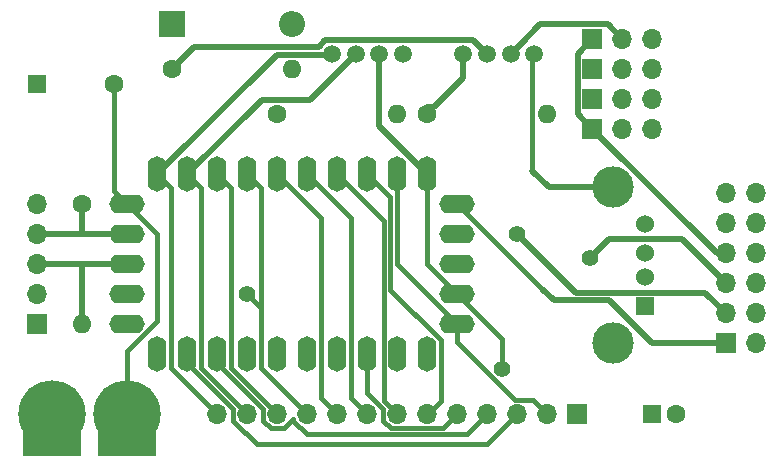
<source format=gbr>
G04 #@! TF.GenerationSoftware,KiCad,Pcbnew,5.1.7-a382d34a8~87~ubuntu20.04.1*
G04 #@! TF.CreationDate,2021-01-14T17:18:01+09:00*
G04 #@! TF.ProjectId,AKBONE2020LGT8F,414b424f-4e45-4323-9032-304c47543846,rev?*
G04 #@! TF.SameCoordinates,Original*
G04 #@! TF.FileFunction,Copper,L1,Top*
G04 #@! TF.FilePolarity,Positive*
%FSLAX46Y46*%
G04 Gerber Fmt 4.6, Leading zero omitted, Abs format (unit mm)*
G04 Created by KiCad (PCBNEW 5.1.7-a382d34a8~87~ubuntu20.04.1) date 2021-01-14 17:18:01*
%MOMM*%
%LPD*%
G01*
G04 APERTURE LIST*
G04 #@! TA.AperFunction,SMDPad,CuDef*
%ADD10R,5.000000X2.000000*%
G04 #@! TD*
G04 #@! TA.AperFunction,ComponentPad*
%ADD11R,1.600000X1.600000*%
G04 #@! TD*
G04 #@! TA.AperFunction,ComponentPad*
%ADD12C,1.600000*%
G04 #@! TD*
G04 #@! TA.AperFunction,ComponentPad*
%ADD13R,2.200000X2.200000*%
G04 #@! TD*
G04 #@! TA.AperFunction,ComponentPad*
%ADD14O,2.200000X2.200000*%
G04 #@! TD*
G04 #@! TA.AperFunction,ComponentPad*
%ADD15R,1.700000X1.700000*%
G04 #@! TD*
G04 #@! TA.AperFunction,ComponentPad*
%ADD16O,1.700000X1.700000*%
G04 #@! TD*
G04 #@! TA.AperFunction,ComponentPad*
%ADD17C,3.500000*%
G04 #@! TD*
G04 #@! TA.AperFunction,ComponentPad*
%ADD18R,1.524000X1.524000*%
G04 #@! TD*
G04 #@! TA.AperFunction,ComponentPad*
%ADD19C,1.524000*%
G04 #@! TD*
G04 #@! TA.AperFunction,ComponentPad*
%ADD20C,1.500000*%
G04 #@! TD*
G04 #@! TA.AperFunction,ComponentPad*
%ADD21O,1.600000X3.000000*%
G04 #@! TD*
G04 #@! TA.AperFunction,ComponentPad*
%ADD22O,3.000000X1.600000*%
G04 #@! TD*
G04 #@! TA.AperFunction,ComponentPad*
%ADD23C,5.700000*%
G04 #@! TD*
G04 #@! TA.AperFunction,ComponentPad*
%ADD24O,1.600000X1.600000*%
G04 #@! TD*
G04 #@! TA.AperFunction,ViaPad*
%ADD25C,1.399540*%
G04 #@! TD*
G04 #@! TA.AperFunction,Conductor*
%ADD26C,0.381000*%
G04 #@! TD*
G04 #@! TA.AperFunction,Conductor*
%ADD27C,0.508000*%
G04 #@! TD*
G04 APERTURE END LIST*
D10*
X173990000Y-125730000D03*
X180340000Y-125730000D03*
D11*
X224790000Y-123190000D03*
D12*
X226790000Y-123190000D03*
D13*
X184150000Y-90170000D03*
D14*
X194310000Y-90170000D03*
D15*
X172720000Y-115570000D03*
D16*
X172720000Y-113030000D03*
X172720000Y-110490000D03*
X172720000Y-107950000D03*
X172720000Y-105410000D03*
D15*
X218440000Y-123190000D03*
D16*
X215900000Y-123190000D03*
X213360000Y-123190000D03*
X210820000Y-123190000D03*
X208280000Y-123190000D03*
X205740000Y-123190000D03*
X203200000Y-123190000D03*
X200660000Y-123190000D03*
X198120000Y-123190000D03*
X195580000Y-123190000D03*
X193040000Y-123190000D03*
X190500000Y-123190000D03*
X187960000Y-123190000D03*
D17*
X221500000Y-104000000D03*
X221500000Y-117140000D03*
D18*
X224210000Y-114070000D03*
D19*
X224210000Y-111570000D03*
X224210000Y-109570000D03*
X224210000Y-107070000D03*
D15*
X219710000Y-99060000D03*
D16*
X222250000Y-99060000D03*
X224790000Y-99060000D03*
X224790000Y-96520000D03*
X222250000Y-96520000D03*
D15*
X219710000Y-96520000D03*
D20*
X197660000Y-92710000D03*
X199660000Y-92710000D03*
X201660000Y-92710000D03*
X203660000Y-92710000D03*
D21*
X182880000Y-118110000D03*
X185420000Y-118110000D03*
X187960000Y-118110000D03*
X190500000Y-118110000D03*
X193040000Y-118110000D03*
X195580000Y-118110000D03*
X198120000Y-118110000D03*
X200660000Y-118110000D03*
X203200000Y-118110000D03*
X205740000Y-118110000D03*
D22*
X208280000Y-115570000D03*
X208280000Y-113030000D03*
X208280000Y-110490000D03*
X208280000Y-107950000D03*
X208280000Y-105410000D03*
D21*
X205740000Y-102870000D03*
X203200000Y-102870000D03*
X200660000Y-102870000D03*
X198120000Y-102870000D03*
X195580000Y-102870000D03*
X193040000Y-102870000D03*
X190500000Y-102870000D03*
X187960000Y-102870000D03*
X185420000Y-102870000D03*
X182880000Y-102870000D03*
D22*
X180340000Y-105410000D03*
X180340000Y-107950000D03*
X180340000Y-110490000D03*
X180340000Y-113030000D03*
X180340000Y-115570000D03*
D15*
X231000000Y-117200000D03*
D16*
X233540000Y-117200000D03*
X231000000Y-114660000D03*
X233540000Y-114660000D03*
X231000000Y-112120000D03*
X233540000Y-112120000D03*
X231000000Y-109580000D03*
X233540000Y-109580000D03*
X231000000Y-107040000D03*
X233540000Y-107040000D03*
X231000000Y-104500000D03*
X233540000Y-104500000D03*
D11*
X172720000Y-95250000D03*
D12*
X179220000Y-95250000D03*
D23*
X173990000Y-123190000D03*
X180340000Y-123190000D03*
D15*
X219710000Y-93980000D03*
D16*
X222250000Y-93980000D03*
X224790000Y-93980000D03*
X224790000Y-91440000D03*
X222250000Y-91440000D03*
D15*
X219710000Y-91440000D03*
D20*
X208788000Y-92710000D03*
X210788000Y-92710000D03*
X212788000Y-92710000D03*
X214788000Y-92710000D03*
D24*
X176530000Y-115570000D03*
D12*
X176530000Y-105410000D03*
X205740000Y-97790000D03*
D24*
X215900000Y-97790000D03*
X203200000Y-97790000D03*
D12*
X193040000Y-97790000D03*
X184150000Y-93980000D03*
D24*
X194310000Y-93980000D03*
D25*
X212090000Y-119380000D03*
X190500000Y-113030000D03*
X213360000Y-107950000D03*
X219500000Y-110000000D03*
D26*
X214709499Y-121999499D02*
X215900000Y-123190000D01*
X213169897Y-121999499D02*
X214709499Y-121999499D01*
X208280000Y-117109602D02*
X213169897Y-121999499D01*
X208280000Y-115570000D02*
X208280000Y-117109602D01*
X203200000Y-110490000D02*
X203200000Y-102870000D01*
X208280000Y-115570000D02*
X203200000Y-110490000D01*
X180340000Y-105410000D02*
X182880000Y-107950000D01*
X180340000Y-117882924D02*
X180340000Y-123190000D01*
X182880000Y-115342924D02*
X180340000Y-117882924D01*
X182880000Y-107950000D02*
X182880000Y-115342924D01*
X179220000Y-104290000D02*
X180340000Y-105410000D01*
X179220000Y-95250000D02*
X179220000Y-104290000D01*
D27*
X216016540Y-104000000D02*
X214630000Y-102613460D01*
X221500000Y-104000000D02*
X216016540Y-104000000D01*
D26*
X214630000Y-102613460D02*
X214630000Y-92710000D01*
X213360000Y-123190000D02*
X210820000Y-125730000D01*
X185420000Y-118860960D02*
X185420000Y-118110000D01*
X189309499Y-122750459D02*
X185420000Y-118860960D01*
X189309499Y-123761441D02*
X189309499Y-122750459D01*
X191278058Y-125730000D02*
X189309499Y-123761441D01*
X210820000Y-125730000D02*
X191278058Y-125730000D01*
X180340000Y-110717076D02*
X180340000Y-110490000D01*
D27*
X176530000Y-110490000D02*
X176530000Y-115570000D01*
X180340000Y-110490000D02*
X176530000Y-110490000D01*
X176530000Y-110490000D02*
X172720000Y-110490000D01*
X220964001Y-100314001D02*
X219710000Y-99060000D01*
X218455999Y-97805999D02*
X219710000Y-99060000D01*
X218455999Y-92694001D02*
X218455999Y-97805999D01*
X219710000Y-91440000D02*
X218455999Y-92694001D01*
X230230000Y-109580000D02*
X219710000Y-99060000D01*
X231000000Y-109580000D02*
X230230000Y-109580000D01*
D26*
X202059490Y-106809490D02*
X198120000Y-102870000D01*
X202059490Y-122049490D02*
X202059490Y-106809490D01*
X203200000Y-123190000D02*
X202059490Y-122049490D01*
X212090000Y-116840000D02*
X212090000Y-119380000D01*
X208280000Y-113030000D02*
X212090000Y-116840000D01*
X205740000Y-110490000D02*
X208280000Y-113030000D01*
X205740000Y-102870000D02*
X205740000Y-110490000D01*
D27*
X176530000Y-107950000D02*
X176530000Y-105410000D01*
X172720000Y-107950000D02*
X176530000Y-107950000D01*
X176530000Y-107950000D02*
X180340000Y-107950000D01*
X201660000Y-98790000D02*
X201660000Y-92710000D01*
X205740000Y-102870000D02*
X201660000Y-98790000D01*
D26*
X192468559Y-124380501D02*
X191849499Y-123761441D01*
X191849499Y-122750459D02*
X187960000Y-118860960D01*
X193611441Y-124380501D02*
X192468559Y-124380501D01*
X187960000Y-118860960D02*
X187960000Y-118110000D01*
X194389499Y-123602443D02*
X193611441Y-124380501D01*
X194389499Y-123761441D02*
X194389499Y-123602443D01*
X195539569Y-124911511D02*
X194389499Y-123761441D01*
X191849499Y-123761441D02*
X191849499Y-122750459D01*
X209098489Y-124911511D02*
X195539569Y-124911511D01*
X210820000Y-123190000D02*
X209098489Y-124911511D01*
X200660000Y-121400961D02*
X200660000Y-118110000D01*
X202009499Y-122750460D02*
X200660000Y-121400961D01*
X202009499Y-123761441D02*
X202009499Y-122750460D01*
X202628559Y-124380501D02*
X202009499Y-123761441D01*
X207089499Y-124380501D02*
X202628559Y-124380501D01*
X208280000Y-123190000D02*
X207089499Y-124380501D01*
X222529499Y-96799499D02*
X222250000Y-96520000D01*
X202590500Y-104800500D02*
X200660000Y-102870000D01*
X202590500Y-112647576D02*
X202590500Y-104800500D01*
X206880510Y-116937586D02*
X202590500Y-112647576D01*
X206880510Y-122049490D02*
X206880510Y-116937586D01*
X205740000Y-123190000D02*
X206880510Y-122049490D01*
X199260510Y-106550510D02*
X195580000Y-102870000D01*
X199260510Y-121790510D02*
X199260510Y-106550510D01*
X200660000Y-123190000D02*
X199260510Y-121790510D01*
X196720510Y-106550510D02*
X193040000Y-102870000D01*
X196720510Y-121790510D02*
X196720510Y-106550510D01*
X198120000Y-123190000D02*
X196720510Y-121790510D01*
X191640510Y-104010510D02*
X190500000Y-102870000D01*
X195580000Y-123190000D02*
X191640510Y-119250510D01*
X191640510Y-114170510D02*
X191640510Y-114429490D01*
X190500000Y-113030000D02*
X191640510Y-114170510D01*
X191640510Y-114429490D02*
X191640510Y-104010510D01*
X191640510Y-119250510D02*
X191640510Y-114429490D01*
X189100510Y-104010510D02*
X187960000Y-102870000D01*
X189100510Y-119250510D02*
X189100510Y-104010510D01*
X193040000Y-123190000D02*
X189100510Y-119250510D01*
X186560510Y-119250510D02*
X186560510Y-104010510D01*
X186560510Y-104010510D02*
X185420000Y-102870000D01*
X190500000Y-123190000D02*
X186560510Y-119250510D01*
D27*
X191704001Y-96585999D02*
X185420000Y-102870000D01*
X195784001Y-96585999D02*
X191704001Y-96585999D01*
X199660000Y-92710000D02*
X195784001Y-96585999D01*
D26*
X184020510Y-104010510D02*
X182880000Y-102870000D01*
X184020510Y-119250510D02*
X184020510Y-104010510D01*
X187960000Y-123190000D02*
X184020510Y-119250510D01*
D27*
X197660000Y-92710000D02*
X197594001Y-92775999D01*
X197594001Y-92775999D02*
X192974001Y-92775999D01*
X192974001Y-92775999D02*
X182880000Y-102870000D01*
D26*
X215448488Y-112578488D02*
X208280000Y-105410000D01*
D27*
X231000000Y-117200000D02*
X224747922Y-117200000D01*
X224747922Y-117200000D02*
X221109932Y-113562010D01*
X221109932Y-113562010D02*
X216432010Y-113562010D01*
X216432010Y-113562010D02*
X215448488Y-112578488D01*
D26*
X215979499Y-110569499D02*
X213360000Y-107950000D01*
D27*
X231000000Y-114660000D02*
X229243999Y-112903999D01*
X229243999Y-112903999D02*
X218313999Y-112903999D01*
X218313999Y-112903999D02*
X213360000Y-107950000D01*
X227283999Y-108403999D02*
X221596001Y-108403999D01*
X231000000Y-112120000D02*
X227283999Y-108403999D01*
X221596001Y-108403999D02*
X221096001Y-108403999D01*
X221096001Y-108403999D02*
X219500000Y-110000000D01*
X206334510Y-97195490D02*
X205740000Y-97195490D01*
X208788000Y-94742000D02*
X206334510Y-97195490D01*
X208788000Y-92710000D02*
X208788000Y-94742000D01*
X197106079Y-91555999D02*
X209633999Y-91555999D01*
X209633999Y-91555999D02*
X210788000Y-92710000D01*
X184150000Y-93980000D02*
X186012012Y-92117988D01*
X196544090Y-92117988D02*
X197106079Y-91555999D01*
X186012012Y-92117988D02*
X196544090Y-92117988D01*
X220995999Y-90185999D02*
X222250000Y-91440000D01*
X215312001Y-90185999D02*
X220995999Y-90185999D01*
X213328000Y-92170000D02*
X215312001Y-90185999D01*
X212788000Y-92710000D02*
X213328000Y-92170000D01*
X213328000Y-92170000D02*
X214058000Y-91440000D01*
M02*

</source>
